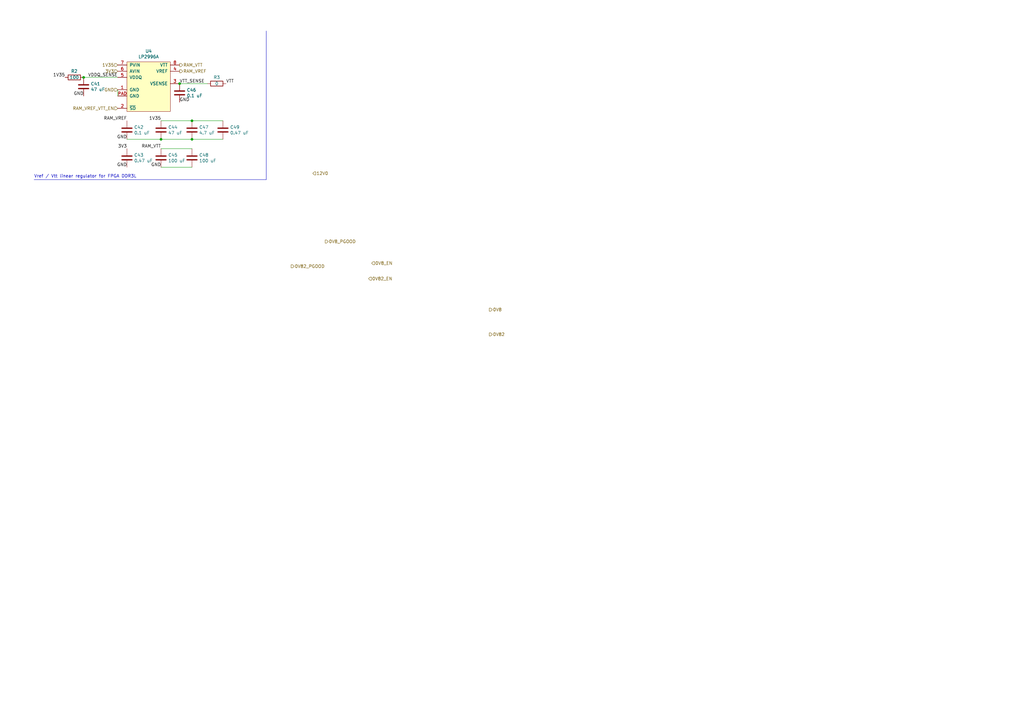
<source format=kicad_sch>
(kicad_sch (version 20231120) (generator "eeschema") (generator_version "8.0")
  (paper "A3")
  (title_block (title "AYRTON Main Board") (date "2024-11-21") (rev "0.1") (company "Antikernel Labs") (comment 1 "Andrew D. Zonenberg") (comment 2 "675 mV DDR3L Vref/Vtt, 800 mV SoC, 820 mV SoC"))
  (lib_symbols
    (symbol "device:C" (pin_numbers hide) (pin_names (offset 0.254))
      (property "Reference" "C" (at 0.635 2.54 0))
      (property "Value" "C" (at 0.635 -2.54 0))
      (symbol "C_0_1"
        (polyline (pts (xy -2.032 -0.762) (xy 2.032 -0.762)) (stroke (width 0.508)))
        (polyline (pts (xy -2.032 0.762) (xy 2.032 0.762)) (stroke (width 0.508)))
      )
      (symbol "C_1_1"
        (pin passive line (at 0 3.81 270) (length 2.794) (name "~") (number "1"))
        (pin passive line (at 0 -3.81 90) (length 2.794) (name "~") (number "2"))
      )
    )
    (symbol "device:R" (pin_numbers hide) (pin_names (offset 0))
      (property "Reference" "R" (at 2.032 0 90))
      (property "Value" "R" (at 0 0 90))
      (symbol "R_0_1"
        (rectangle (start -1.016 -2.54) (end 1.016 2.54) (stroke (width 0.254)))
      )
      (symbol "R_1_1"
        (pin passive line (at 0 3.81 270) (length 1.27) (name "~") (number "1"))
        (pin passive line (at 0 -3.81 90) (length 1.27) (name "~") (number "2"))
      )
    )
    (symbol "power-azonenberg:LP2996A" (pin_names (offset 1.016))
      (property "Reference" "U" (at 1.27 -1.27 0))
      (property "Value" "LP2996A" (at 3.81 -3.81 0))
      (symbol "LP2996A_0_1"
        (rectangle (start 0 20.32) (end 17.78 0) (fill (type background)))
      )
      (symbol "LP2996A_1_1"
        (pin power_in line (at -3.81 8.89 0) (length 3.81) (name "GND") (number "1"))
        (pin input line (at -3.81 1.27 0) (length 3.81) (name "~{SD}") (number "2"))
        (pin input line (at 21.59 11.43 180) (length 3.81) (name "VSENSE") (number "3"))
        (pin power_out line (at 21.59 16.51 180) (length 3.81) (name "VREF") (number "4"))
        (pin input line (at -3.81 13.97 0) (length 3.81) (name "VDDQ") (number "5"))
        (pin power_in line (at -3.81 16.51 0) (length 3.81) (name "AVIN") (number "6"))
        (pin power_in line (at -3.81 19.05 0) (length 3.81) (name "PVIN") (number "7"))
        (pin power_out line (at 21.59 19.05 180) (length 3.81) (name "VTT") (number "8"))
        (pin power_in line (at -3.81 6.35 0) (length 3.81) (name "GND") (number "PAD"))
      )
    )
  )
  (junction (at 66.04 57.15))
  (junction (at 78.74 57.15))
  (junction (at 34.29 31.75))
  (junction (at 73.66 34.29))
  (junction (at 78.74 49.53))
  (wire (pts (xy 48.26 36.83) (xy 48.26 39.37)))
  (wire (pts (xy 73.66 34.29) (xy 85.09 34.29)))
  (wire (pts (xy 66.04 57.15) (xy 78.74 57.15)))
  (wire (pts (xy 66.04 68.58) (xy 78.74 68.58)))
  (wire (pts (xy 34.29 31.75) (xy 48.26 31.75)))
  (wire (pts (xy 78.74 49.53) (xy 66.04 49.53)))
  (wire (pts (xy 78.74 60.96) (xy 66.04 60.96)))
  (wire (pts (xy 66.04 57.15) (xy 52.07 57.15)))
  (wire (pts (xy 91.44 49.53) (xy 78.74 49.53)))
  (polyline (pts (xy 109.22 12.7) (xy 109.22 73.66)))
  (polyline (pts (xy 13.97 73.66) (xy 109.22 73.66)))
  (wire (pts (xy 78.74 57.15) (xy 91.44 57.15)))
  (text "Vref / Vtt linear regulator for FPGA DDR3L" (at 13.97 72.39 0) (effects (font (size 1.27 1.27)) (justify left)))
  (label "RAM_VREF" (at 52.07 49.53 180))
  (label "GND" (at 73.66 41.91 0))
  (label "RAM_VTT" (at 66.04 60.96 180))
  (label "3V3" (at 52.07 60.96 180))
  (label "1V35" (at 66.04 49.53 180))
  (label "GND" (at 34.29 39.37 180))
  (label "GND" (at 52.07 57.15 180))
  (label "VTT_SENSE" (at 73.66 34.29 0))
  (label "VDDQ_SENSE" (at 48.26 31.75 180))
  (label "GND" (at 52.07 68.58 180))
  (label "1V35" (at 26.67 31.75 180))
  (label "GND" (at 66.04 68.58 180))
  (label "VTT" (at 92.71 34.29 0))
  (hierarchical_label "GND" (shape input) (at 48.26 36.83 180))
  (hierarchical_label "0V8_EN" (shape input) (at 152.4 107.95 0))
  (hierarchical_label "0V82_EN" (shape input) (at 151.13 114.3 0))
  (hierarchical_label "RAM_VTT" (shape output) (at 73.66 26.67 0))
  (hierarchical_label "0V8_PGOOD" (shape output) (at 133.35 99.06 0))
  (hierarchical_label "1V35" (shape input) (at 48.26 26.67 180))
  (hierarchical_label "0V82_PGOOD" (shape output) (at 119.38 109.22 0))
  (hierarchical_label "RAM_VREF" (shape output) (at 73.66 29.21 0))
  (hierarchical_label "0V8" (shape output) (at 200.66 127 0))
  (hierarchical_label "12V0" (shape input) (at 128.27 71.12 0))
  (hierarchical_label "RAM_VREF_VTT_EN" (shape input) (at 48.26 44.45 180))
  (hierarchical_label "0V82" (shape output) (at 200.66 137.16 0))
  (hierarchical_label "3V3" (shape input) (at 48.26 29.21 180))
  (symbol (lib_id "device:C") (at 52.07 53.34 0) (unit 1)
    (property "Reference" "C42" (at 54.991 52.1716 0) (effects (justify left)))
    (property "Value" "0.1 uF" (at 54.991 54.483 0) (effects (justify left)))
    (property "Footprint" "azonenberg_pcb:EIA_0402_CAP_NOSILK" (effects (hide yes)))
  )
  (symbol (lib_id "device:C") (at 78.74 64.77 0) (unit 1)
    (property "Reference" "C48" (at 81.661 63.6016 0) (effects (justify left)))
    (property "Value" "100 uF" (at 81.661 65.913 0) (effects (justify left)))
    (property "Footprint" "azonenberg_pcb:EIA_1210_CAP_NOSILK" (effects (hide yes)))
  )
  (symbol (lib_id "power-azonenberg:LP2996A") (at 52.07 45.72 0) (unit 1)
    (property "Reference" "U4" (at 60.96 20.955 0))
    (property "Value" "LP2996A" (at 60.96 23.2664 0))
    (property "Footprint" "azonenberg_pcb:SOIC_8_3.9MM_EPAD" (effects (hide yes)))
  )
  (symbol (lib_id "device:C") (at 66.04 53.34 0) (unit 1)
    (property "Reference" "C44" (at 68.961 52.1716 0) (effects (justify left)))
    (property "Value" "47 uF" (at 68.961 54.483 0) (effects (justify left)))
    (property "Footprint" "azonenberg_pcb:EIA_1206_CAP_NOSILK" (effects (hide yes)))
  )
  (symbol (lib_id "device:C") (at 34.29 35.56 0) (unit 1)
    (property "Reference" "C41" (at 37.211 34.3916 0) (effects (justify left)))
    (property "Value" "47 uF" (at 37.211 36.703 0) (effects (justify left)))
    (property "Footprint" "azonenberg_pcb:EIA_0805_CAP_NOSILK" (effects (hide yes)))
  )
  (symbol (lib_id "device:C") (at 73.66 38.1 0) (unit 1)
    (property "Reference" "C46" (at 76.581 36.9316 0) (effects (justify left)))
    (property "Value" "0.1 uF" (at 76.581 39.243 0) (effects (justify left)))
    (property "Footprint" "azonenberg_pcb:EIA_0402_CAP_NOSILK" (effects (hide yes)))
  )
  (symbol (lib_id "device:C") (at 52.07 64.77 0) (unit 1)
    (property "Reference" "C43" (at 54.991 63.6016 0) (effects (justify left)))
    (property "Value" "0.47 uF" (at 54.991 65.913 0) (effects (justify left)))
    (property "Footprint" "azonenberg_pcb:EIA_0402_CAP_NOSILK" (effects (hide yes)))
  )
  (symbol (lib_id "device:R") (at 88.9 34.29 270) (unit 1)
    (property "Reference" "R3" (at 88.9 31.75 90))
    (property "Value" "0" (at 88.9 34.29 90))
    (property "Footprint" "azonenberg_pcb:EIA_0402_RES_NOSILK" (effects (hide yes)))
  )
  (symbol (lib_id "device:R") (at 30.48 31.75 270) (unit 1)
    (property "Reference" "R2" (at 30.48 29.21 90))
    (property "Value" "100" (at 30.48 31.75 90))
    (property "Footprint" "azonenberg_pcb:EIA_0402_RES_NOSILK" (effects (hide yes)))
  )
  (symbol (lib_id "device:C") (at 78.74 53.34 0) (unit 1)
    (property "Reference" "C47" (at 81.661 52.1716 0) (effects (justify left)))
    (property "Value" "4.7 uF" (at 81.661 54.483 0) (effects (justify left)))
    (property "Footprint" "azonenberg_pcb:EIA_0603_CAP_NOSILK" (effects (hide yes)))
  )
  (symbol (lib_id "device:C") (at 91.44 53.34 0) (unit 1)
    (property "Reference" "C49" (at 94.361 52.1716 0) (effects (justify left)))
    (property "Value" "0.47 uF" (at 94.361 54.483 0) (effects (justify left)))
    (property "Footprint" "azonenberg_pcb:EIA_0402_CAP_NOSILK" (effects (hide yes)))
  )
  (symbol (lib_id "device:C") (at 66.04 64.77 0) (unit 1)
    (property "Reference" "C45" (at 68.961 63.6016 0) (effects (justify left)))
    (property "Value" "100 uF" (at 68.961 65.913 0) (effects (justify left)))
    (property "Footprint" "azonenberg_pcb:EIA_1210_CAP_NOSILK" (effects (hide yes)))
  )
)
</source>
